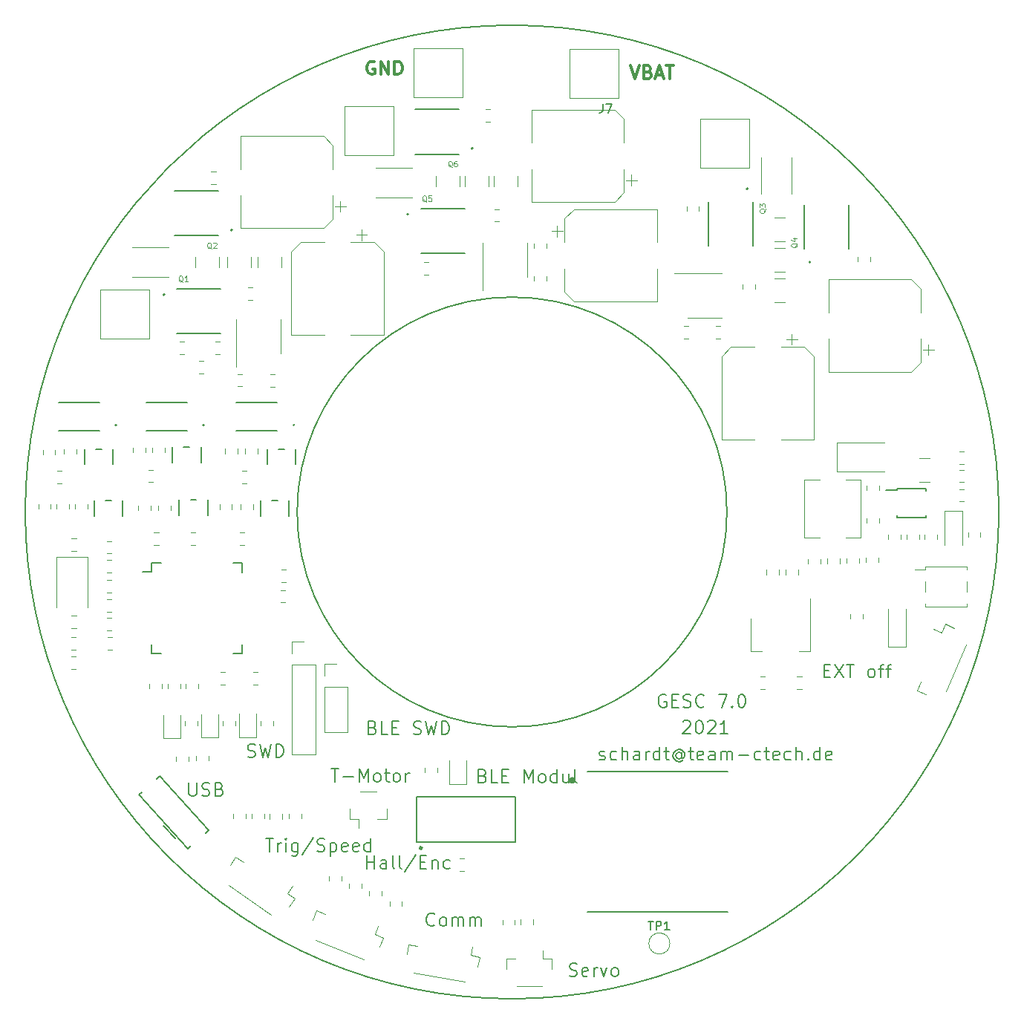
<source format=gbr>
%TF.GenerationSoftware,KiCad,Pcbnew,5.1.9+dfsg1-1*%
%TF.CreationDate,2021-07-20T12:06:00+02:00*%
%TF.ProjectId,gesc,67657363-2e6b-4696-9361-645f70636258,6*%
%TF.SameCoordinates,Original*%
%TF.FileFunction,Legend,Top*%
%TF.FilePolarity,Positive*%
%FSLAX46Y46*%
G04 Gerber Fmt 4.6, Leading zero omitted, Abs format (unit mm)*
G04 Created by KiCad (PCBNEW 5.1.9+dfsg1-1) date 2021-07-20 12:06:00*
%MOMM*%
%LPD*%
G01*
G04 APERTURE LIST*
%ADD10C,0.150000*%
%TA.AperFunction,Profile*%
%ADD11C,0.200000*%
%TD*%
%ADD12C,0.300000*%
%ADD13C,0.120000*%
%ADD14C,0.200000*%
%ADD15C,0.010000*%
%ADD16C,0.127000*%
%ADD17C,0.152400*%
%ADD18C,0.015000*%
G04 APERTURE END LIST*
D10*
X119483214Y-123921428D02*
X119554642Y-123850000D01*
X119697500Y-123778571D01*
X120054642Y-123778571D01*
X120197500Y-123850000D01*
X120268928Y-123921428D01*
X120340357Y-124064285D01*
X120340357Y-124207142D01*
X120268928Y-124421428D01*
X119411785Y-125278571D01*
X120340357Y-125278571D01*
X121268928Y-123778571D02*
X121411785Y-123778571D01*
X121554642Y-123850000D01*
X121626071Y-123921428D01*
X121697500Y-124064285D01*
X121768928Y-124350000D01*
X121768928Y-124707142D01*
X121697500Y-124992857D01*
X121626071Y-125135714D01*
X121554642Y-125207142D01*
X121411785Y-125278571D01*
X121268928Y-125278571D01*
X121126071Y-125207142D01*
X121054642Y-125135714D01*
X120983214Y-124992857D01*
X120911785Y-124707142D01*
X120911785Y-124350000D01*
X120983214Y-124064285D01*
X121054642Y-123921428D01*
X121126071Y-123850000D01*
X121268928Y-123778571D01*
X122340357Y-123921428D02*
X122411785Y-123850000D01*
X122554642Y-123778571D01*
X122911785Y-123778571D01*
X123054642Y-123850000D01*
X123126071Y-123921428D01*
X123197500Y-124064285D01*
X123197500Y-124207142D01*
X123126071Y-124421428D01*
X122268928Y-125278571D01*
X123197500Y-125278571D01*
X124626071Y-125278571D02*
X123768928Y-125278571D01*
X124197500Y-125278571D02*
X124197500Y-123778571D01*
X124054642Y-123992857D01*
X123911785Y-124135714D01*
X123768928Y-124207142D01*
D11*
X155499800Y-99999800D02*
G75*
G03*
X155499800Y-99999800I-55500000J0D01*
G01*
D10*
X135585714Y-118092857D02*
X136085714Y-118092857D01*
X136300000Y-118878571D02*
X135585714Y-118878571D01*
X135585714Y-117378571D01*
X136300000Y-117378571D01*
X136800000Y-117378571D02*
X137800000Y-118878571D01*
X137800000Y-117378571D02*
X136800000Y-118878571D01*
X138157142Y-117378571D02*
X139014285Y-117378571D01*
X138585714Y-118878571D02*
X138585714Y-117378571D01*
X140871428Y-118878571D02*
X140728571Y-118807142D01*
X140657142Y-118735714D01*
X140585714Y-118592857D01*
X140585714Y-118164285D01*
X140657142Y-118021428D01*
X140728571Y-117950000D01*
X140871428Y-117878571D01*
X141085714Y-117878571D01*
X141228571Y-117950000D01*
X141300000Y-118021428D01*
X141371428Y-118164285D01*
X141371428Y-118592857D01*
X141300000Y-118735714D01*
X141228571Y-118807142D01*
X141085714Y-118878571D01*
X140871428Y-118878571D01*
X141800000Y-117878571D02*
X142371428Y-117878571D01*
X142014285Y-118878571D02*
X142014285Y-117592857D01*
X142085714Y-117450000D01*
X142228571Y-117378571D01*
X142371428Y-117378571D01*
X142657142Y-117878571D02*
X143228571Y-117878571D01*
X142871428Y-118878571D02*
X142871428Y-117592857D01*
X142942857Y-117450000D01*
X143085714Y-117378571D01*
X143228571Y-117378571D01*
D12*
X84327142Y-48690000D02*
X84184285Y-48618571D01*
X83970000Y-48618571D01*
X83755714Y-48690000D01*
X83612857Y-48832857D01*
X83541428Y-48975714D01*
X83470000Y-49261428D01*
X83470000Y-49475714D01*
X83541428Y-49761428D01*
X83612857Y-49904285D01*
X83755714Y-50047142D01*
X83970000Y-50118571D01*
X84112857Y-50118571D01*
X84327142Y-50047142D01*
X84398571Y-49975714D01*
X84398571Y-49475714D01*
X84112857Y-49475714D01*
X85041428Y-50118571D02*
X85041428Y-48618571D01*
X85898571Y-50118571D01*
X85898571Y-48618571D01*
X86612857Y-50118571D02*
X86612857Y-48618571D01*
X86970000Y-48618571D01*
X87184285Y-48690000D01*
X87327142Y-48832857D01*
X87398571Y-48975714D01*
X87470000Y-49261428D01*
X87470000Y-49475714D01*
X87398571Y-49761428D01*
X87327142Y-49904285D01*
X87184285Y-50047142D01*
X86970000Y-50118571D01*
X86612857Y-50118571D01*
X113505714Y-49098571D02*
X114005714Y-50598571D01*
X114505714Y-49098571D01*
X115505714Y-49812857D02*
X115720000Y-49884285D01*
X115791428Y-49955714D01*
X115862857Y-50098571D01*
X115862857Y-50312857D01*
X115791428Y-50455714D01*
X115720000Y-50527142D01*
X115577142Y-50598571D01*
X115005714Y-50598571D01*
X115005714Y-49098571D01*
X115505714Y-49098571D01*
X115648571Y-49170000D01*
X115720000Y-49241428D01*
X115791428Y-49384285D01*
X115791428Y-49527142D01*
X115720000Y-49670000D01*
X115648571Y-49741428D01*
X115505714Y-49812857D01*
X115005714Y-49812857D01*
X116434285Y-50170000D02*
X117148571Y-50170000D01*
X116291428Y-50598571D02*
X116791428Y-49098571D01*
X117291428Y-50598571D01*
X117577142Y-49098571D02*
X118434285Y-49098571D01*
X118005714Y-50598571D02*
X118005714Y-49098571D01*
D10*
X84128571Y-124592857D02*
X84342857Y-124664285D01*
X84414285Y-124735714D01*
X84485714Y-124878571D01*
X84485714Y-125092857D01*
X84414285Y-125235714D01*
X84342857Y-125307142D01*
X84200000Y-125378571D01*
X83628571Y-125378571D01*
X83628571Y-123878571D01*
X84128571Y-123878571D01*
X84271428Y-123950000D01*
X84342857Y-124021428D01*
X84414285Y-124164285D01*
X84414285Y-124307142D01*
X84342857Y-124450000D01*
X84271428Y-124521428D01*
X84128571Y-124592857D01*
X83628571Y-124592857D01*
X85842857Y-125378571D02*
X85128571Y-125378571D01*
X85128571Y-123878571D01*
X86342857Y-124592857D02*
X86842857Y-124592857D01*
X87057142Y-125378571D02*
X86342857Y-125378571D01*
X86342857Y-123878571D01*
X87057142Y-123878571D01*
X88771428Y-125307142D02*
X88985714Y-125378571D01*
X89342857Y-125378571D01*
X89485714Y-125307142D01*
X89557142Y-125235714D01*
X89628571Y-125092857D01*
X89628571Y-124950000D01*
X89557142Y-124807142D01*
X89485714Y-124735714D01*
X89342857Y-124664285D01*
X89057142Y-124592857D01*
X88914285Y-124521428D01*
X88842857Y-124450000D01*
X88771428Y-124307142D01*
X88771428Y-124164285D01*
X88842857Y-124021428D01*
X88914285Y-123950000D01*
X89057142Y-123878571D01*
X89414285Y-123878571D01*
X89628571Y-123950000D01*
X90128571Y-123878571D02*
X90485714Y-125378571D01*
X90771428Y-124307142D01*
X91057142Y-125378571D01*
X91414285Y-123878571D01*
X91985714Y-125378571D02*
X91985714Y-123878571D01*
X92342857Y-123878571D01*
X92557142Y-123950000D01*
X92700000Y-124092857D01*
X92771428Y-124235714D01*
X92842857Y-124521428D01*
X92842857Y-124735714D01*
X92771428Y-125021428D01*
X92700000Y-125164285D01*
X92557142Y-125307142D01*
X92342857Y-125378571D01*
X91985714Y-125378571D01*
X96664285Y-130092857D02*
X96878571Y-130164285D01*
X96950000Y-130235714D01*
X97021428Y-130378571D01*
X97021428Y-130592857D01*
X96950000Y-130735714D01*
X96878571Y-130807142D01*
X96735714Y-130878571D01*
X96164285Y-130878571D01*
X96164285Y-129378571D01*
X96664285Y-129378571D01*
X96807142Y-129450000D01*
X96878571Y-129521428D01*
X96950000Y-129664285D01*
X96950000Y-129807142D01*
X96878571Y-129950000D01*
X96807142Y-130021428D01*
X96664285Y-130092857D01*
X96164285Y-130092857D01*
X98378571Y-130878571D02*
X97664285Y-130878571D01*
X97664285Y-129378571D01*
X98878571Y-130092857D02*
X99378571Y-130092857D01*
X99592857Y-130878571D02*
X98878571Y-130878571D01*
X98878571Y-129378571D01*
X99592857Y-129378571D01*
X101378571Y-130878571D02*
X101378571Y-129378571D01*
X101878571Y-130450000D01*
X102378571Y-129378571D01*
X102378571Y-130878571D01*
X103307142Y-130878571D02*
X103164285Y-130807142D01*
X103092857Y-130735714D01*
X103021428Y-130592857D01*
X103021428Y-130164285D01*
X103092857Y-130021428D01*
X103164285Y-129950000D01*
X103307142Y-129878571D01*
X103521428Y-129878571D01*
X103664285Y-129950000D01*
X103735714Y-130021428D01*
X103807142Y-130164285D01*
X103807142Y-130592857D01*
X103735714Y-130735714D01*
X103664285Y-130807142D01*
X103521428Y-130878571D01*
X103307142Y-130878571D01*
X105092857Y-130878571D02*
X105092857Y-129378571D01*
X105092857Y-130807142D02*
X104950000Y-130878571D01*
X104664285Y-130878571D01*
X104521428Y-130807142D01*
X104450000Y-130735714D01*
X104378571Y-130592857D01*
X104378571Y-130164285D01*
X104450000Y-130021428D01*
X104521428Y-129950000D01*
X104664285Y-129878571D01*
X104950000Y-129878571D01*
X105092857Y-129950000D01*
X106450000Y-129878571D02*
X106450000Y-130878571D01*
X105807142Y-129878571D02*
X105807142Y-130664285D01*
X105878571Y-130807142D01*
X106021428Y-130878571D01*
X106235714Y-130878571D01*
X106378571Y-130807142D01*
X106450000Y-130735714D01*
X107378571Y-130878571D02*
X107235714Y-130807142D01*
X107164285Y-130664285D01*
X107164285Y-129378571D01*
X79385514Y-129278571D02*
X80242657Y-129278571D01*
X79814085Y-130778571D02*
X79814085Y-129278571D01*
X80742657Y-130207142D02*
X81885514Y-130207142D01*
X82599800Y-130778571D02*
X82599800Y-129278571D01*
X83099800Y-130350000D01*
X83599800Y-129278571D01*
X83599800Y-130778571D01*
X84528371Y-130778571D02*
X84385514Y-130707142D01*
X84314085Y-130635714D01*
X84242657Y-130492857D01*
X84242657Y-130064285D01*
X84314085Y-129921428D01*
X84385514Y-129850000D01*
X84528371Y-129778571D01*
X84742657Y-129778571D01*
X84885514Y-129850000D01*
X84956942Y-129921428D01*
X85028371Y-130064285D01*
X85028371Y-130492857D01*
X84956942Y-130635714D01*
X84885514Y-130707142D01*
X84742657Y-130778571D01*
X84528371Y-130778571D01*
X85456942Y-129778571D02*
X86028371Y-129778571D01*
X85671228Y-129278571D02*
X85671228Y-130564285D01*
X85742657Y-130707142D01*
X85885514Y-130778571D01*
X86028371Y-130778571D01*
X86742657Y-130778571D02*
X86599800Y-130707142D01*
X86528371Y-130635714D01*
X86456942Y-130492857D01*
X86456942Y-130064285D01*
X86528371Y-129921428D01*
X86599800Y-129850000D01*
X86742657Y-129778571D01*
X86956942Y-129778571D01*
X87099800Y-129850000D01*
X87171228Y-129921428D01*
X87242657Y-130064285D01*
X87242657Y-130492857D01*
X87171228Y-130635714D01*
X87099800Y-130707142D01*
X86956942Y-130778571D01*
X86742657Y-130778571D01*
X87885514Y-130778571D02*
X87885514Y-129778571D01*
X87885514Y-130064285D02*
X87956942Y-129921428D01*
X88028371Y-129850000D01*
X88171228Y-129778571D01*
X88314085Y-129778571D01*
X109983214Y-128207142D02*
X110126071Y-128278571D01*
X110411785Y-128278571D01*
X110554642Y-128207142D01*
X110626071Y-128064285D01*
X110626071Y-127992857D01*
X110554642Y-127850000D01*
X110411785Y-127778571D01*
X110197500Y-127778571D01*
X110054642Y-127707142D01*
X109983214Y-127564285D01*
X109983214Y-127492857D01*
X110054642Y-127350000D01*
X110197500Y-127278571D01*
X110411785Y-127278571D01*
X110554642Y-127350000D01*
X111911785Y-128207142D02*
X111768928Y-128278571D01*
X111483214Y-128278571D01*
X111340357Y-128207142D01*
X111268928Y-128135714D01*
X111197500Y-127992857D01*
X111197500Y-127564285D01*
X111268928Y-127421428D01*
X111340357Y-127350000D01*
X111483214Y-127278571D01*
X111768928Y-127278571D01*
X111911785Y-127350000D01*
X112554642Y-128278571D02*
X112554642Y-126778571D01*
X113197500Y-128278571D02*
X113197500Y-127492857D01*
X113126071Y-127350000D01*
X112983214Y-127278571D01*
X112768928Y-127278571D01*
X112626071Y-127350000D01*
X112554642Y-127421428D01*
X114554642Y-128278571D02*
X114554642Y-127492857D01*
X114483214Y-127350000D01*
X114340357Y-127278571D01*
X114054642Y-127278571D01*
X113911785Y-127350000D01*
X114554642Y-128207142D02*
X114411785Y-128278571D01*
X114054642Y-128278571D01*
X113911785Y-128207142D01*
X113840357Y-128064285D01*
X113840357Y-127921428D01*
X113911785Y-127778571D01*
X114054642Y-127707142D01*
X114411785Y-127707142D01*
X114554642Y-127635714D01*
X115268928Y-128278571D02*
X115268928Y-127278571D01*
X115268928Y-127564285D02*
X115340357Y-127421428D01*
X115411785Y-127350000D01*
X115554642Y-127278571D01*
X115697500Y-127278571D01*
X116840357Y-128278571D02*
X116840357Y-126778571D01*
X116840357Y-128207142D02*
X116697500Y-128278571D01*
X116411785Y-128278571D01*
X116268928Y-128207142D01*
X116197500Y-128135714D01*
X116126071Y-127992857D01*
X116126071Y-127564285D01*
X116197500Y-127421428D01*
X116268928Y-127350000D01*
X116411785Y-127278571D01*
X116697500Y-127278571D01*
X116840357Y-127350000D01*
X117340357Y-127278571D02*
X117911785Y-127278571D01*
X117554642Y-126778571D02*
X117554642Y-128064285D01*
X117626071Y-128207142D01*
X117768928Y-128278571D01*
X117911785Y-128278571D01*
X119340357Y-127564285D02*
X119268928Y-127492857D01*
X119126071Y-127421428D01*
X118983214Y-127421428D01*
X118840357Y-127492857D01*
X118768928Y-127564285D01*
X118697500Y-127707142D01*
X118697500Y-127850000D01*
X118768928Y-127992857D01*
X118840357Y-128064285D01*
X118983214Y-128135714D01*
X119126071Y-128135714D01*
X119268928Y-128064285D01*
X119340357Y-127992857D01*
X119340357Y-127421428D02*
X119340357Y-127992857D01*
X119411785Y-128064285D01*
X119483214Y-128064285D01*
X119626071Y-127992857D01*
X119697500Y-127850000D01*
X119697500Y-127492857D01*
X119554642Y-127278571D01*
X119340357Y-127135714D01*
X119054642Y-127064285D01*
X118768928Y-127135714D01*
X118554642Y-127278571D01*
X118411785Y-127492857D01*
X118340357Y-127778571D01*
X118411785Y-128064285D01*
X118554642Y-128278571D01*
X118768928Y-128421428D01*
X119054642Y-128492857D01*
X119340357Y-128421428D01*
X119554642Y-128278571D01*
X120126071Y-127278571D02*
X120697500Y-127278571D01*
X120340357Y-126778571D02*
X120340357Y-128064285D01*
X120411785Y-128207142D01*
X120554642Y-128278571D01*
X120697500Y-128278571D01*
X121768928Y-128207142D02*
X121626071Y-128278571D01*
X121340357Y-128278571D01*
X121197500Y-128207142D01*
X121126071Y-128064285D01*
X121126071Y-127492857D01*
X121197500Y-127350000D01*
X121340357Y-127278571D01*
X121626071Y-127278571D01*
X121768928Y-127350000D01*
X121840357Y-127492857D01*
X121840357Y-127635714D01*
X121126071Y-127778571D01*
X123126071Y-128278571D02*
X123126071Y-127492857D01*
X123054642Y-127350000D01*
X122911785Y-127278571D01*
X122626071Y-127278571D01*
X122483214Y-127350000D01*
X123126071Y-128207142D02*
X122983214Y-128278571D01*
X122626071Y-128278571D01*
X122483214Y-128207142D01*
X122411785Y-128064285D01*
X122411785Y-127921428D01*
X122483214Y-127778571D01*
X122626071Y-127707142D01*
X122983214Y-127707142D01*
X123126071Y-127635714D01*
X123840357Y-128278571D02*
X123840357Y-127278571D01*
X123840357Y-127421428D02*
X123911785Y-127350000D01*
X124054642Y-127278571D01*
X124268928Y-127278571D01*
X124411785Y-127350000D01*
X124483214Y-127492857D01*
X124483214Y-128278571D01*
X124483214Y-127492857D02*
X124554642Y-127350000D01*
X124697500Y-127278571D01*
X124911785Y-127278571D01*
X125054642Y-127350000D01*
X125126071Y-127492857D01*
X125126071Y-128278571D01*
X125840357Y-127707142D02*
X126983214Y-127707142D01*
X128340357Y-128207142D02*
X128197500Y-128278571D01*
X127911785Y-128278571D01*
X127768928Y-128207142D01*
X127697500Y-128135714D01*
X127626071Y-127992857D01*
X127626071Y-127564285D01*
X127697500Y-127421428D01*
X127768928Y-127350000D01*
X127911785Y-127278571D01*
X128197500Y-127278571D01*
X128340357Y-127350000D01*
X128768928Y-127278571D02*
X129340357Y-127278571D01*
X128983214Y-126778571D02*
X128983214Y-128064285D01*
X129054642Y-128207142D01*
X129197500Y-128278571D01*
X129340357Y-128278571D01*
X130411785Y-128207142D02*
X130268928Y-128278571D01*
X129983214Y-128278571D01*
X129840357Y-128207142D01*
X129768928Y-128064285D01*
X129768928Y-127492857D01*
X129840357Y-127350000D01*
X129983214Y-127278571D01*
X130268928Y-127278571D01*
X130411785Y-127350000D01*
X130483214Y-127492857D01*
X130483214Y-127635714D01*
X129768928Y-127778571D01*
X131768928Y-128207142D02*
X131626071Y-128278571D01*
X131340357Y-128278571D01*
X131197500Y-128207142D01*
X131126071Y-128135714D01*
X131054642Y-127992857D01*
X131054642Y-127564285D01*
X131126071Y-127421428D01*
X131197500Y-127350000D01*
X131340357Y-127278571D01*
X131626071Y-127278571D01*
X131768928Y-127350000D01*
X132411785Y-128278571D02*
X132411785Y-126778571D01*
X133054642Y-128278571D02*
X133054642Y-127492857D01*
X132983214Y-127350000D01*
X132840357Y-127278571D01*
X132626071Y-127278571D01*
X132483214Y-127350000D01*
X132411785Y-127421428D01*
X133768928Y-128135714D02*
X133840357Y-128207142D01*
X133768928Y-128278571D01*
X133697500Y-128207142D01*
X133768928Y-128135714D01*
X133768928Y-128278571D01*
X135126071Y-128278571D02*
X135126071Y-126778571D01*
X135126071Y-128207142D02*
X134983214Y-128278571D01*
X134697500Y-128278571D01*
X134554642Y-128207142D01*
X134483214Y-128135714D01*
X134411785Y-127992857D01*
X134411785Y-127564285D01*
X134483214Y-127421428D01*
X134554642Y-127350000D01*
X134697500Y-127278571D01*
X134983214Y-127278571D01*
X135126071Y-127350000D01*
X136411785Y-128207142D02*
X136268928Y-128278571D01*
X135983214Y-128278571D01*
X135840357Y-128207142D01*
X135768928Y-128064285D01*
X135768928Y-127492857D01*
X135840357Y-127350000D01*
X135983214Y-127278571D01*
X136268928Y-127278571D01*
X136411785Y-127350000D01*
X136483214Y-127492857D01*
X136483214Y-127635714D01*
X135768928Y-127778571D01*
D11*
X124500000Y-100000000D02*
G75*
G03*
X124500000Y-100000000I-24500000J0D01*
G01*
D10*
X63156942Y-130878371D02*
X63156942Y-132092657D01*
X63228371Y-132235514D01*
X63299800Y-132306942D01*
X63442657Y-132378371D01*
X63728371Y-132378371D01*
X63871228Y-132306942D01*
X63942657Y-132235514D01*
X64014085Y-132092657D01*
X64014085Y-130878371D01*
X64656942Y-132306942D02*
X64871228Y-132378371D01*
X65228371Y-132378371D01*
X65371228Y-132306942D01*
X65442657Y-132235514D01*
X65514085Y-132092657D01*
X65514085Y-131949800D01*
X65442657Y-131806942D01*
X65371228Y-131735514D01*
X65228371Y-131664085D01*
X64942657Y-131592657D01*
X64799800Y-131521228D01*
X64728371Y-131449800D01*
X64656942Y-131306942D01*
X64656942Y-131164085D01*
X64728371Y-131021228D01*
X64799800Y-130949800D01*
X64942657Y-130878371D01*
X65299800Y-130878371D01*
X65514085Y-130949800D01*
X66656942Y-131592657D02*
X66871228Y-131664085D01*
X66942657Y-131735514D01*
X67014085Y-131878371D01*
X67014085Y-132092657D01*
X66942657Y-132235514D01*
X66871228Y-132306942D01*
X66728371Y-132378371D01*
X66156942Y-132378371D01*
X66156942Y-130878371D01*
X66656942Y-130878371D01*
X66799800Y-130949800D01*
X66871228Y-131021228D01*
X66942657Y-131164085D01*
X66942657Y-131306942D01*
X66871228Y-131449800D01*
X66799800Y-131521228D01*
X66656942Y-131592657D01*
X66156942Y-131592657D01*
X69864285Y-127907142D02*
X70078571Y-127978571D01*
X70435714Y-127978571D01*
X70578571Y-127907142D01*
X70650000Y-127835714D01*
X70721428Y-127692857D01*
X70721428Y-127550000D01*
X70650000Y-127407142D01*
X70578571Y-127335714D01*
X70435714Y-127264285D01*
X70150000Y-127192857D01*
X70007142Y-127121428D01*
X69935714Y-127050000D01*
X69864285Y-126907142D01*
X69864285Y-126764285D01*
X69935714Y-126621428D01*
X70007142Y-126550000D01*
X70150000Y-126478571D01*
X70507142Y-126478571D01*
X70721428Y-126550000D01*
X71221428Y-126478571D02*
X71578571Y-127978571D01*
X71864285Y-126907142D01*
X72150000Y-127978571D01*
X72507142Y-126478571D01*
X73078571Y-127978571D02*
X73078571Y-126478571D01*
X73435714Y-126478571D01*
X73650000Y-126550000D01*
X73792857Y-126692857D01*
X73864285Y-126835714D01*
X73935714Y-127121428D01*
X73935714Y-127335714D01*
X73864285Y-127621428D01*
X73792857Y-127764285D01*
X73650000Y-127907142D01*
X73435714Y-127978571D01*
X73078571Y-127978571D01*
X106544085Y-152886942D02*
X106758371Y-152958371D01*
X107115514Y-152958371D01*
X107258371Y-152886942D01*
X107329800Y-152815514D01*
X107401228Y-152672657D01*
X107401228Y-152529800D01*
X107329800Y-152386942D01*
X107258371Y-152315514D01*
X107115514Y-152244085D01*
X106829800Y-152172657D01*
X106686942Y-152101228D01*
X106615514Y-152029800D01*
X106544085Y-151886942D01*
X106544085Y-151744085D01*
X106615514Y-151601228D01*
X106686942Y-151529800D01*
X106829800Y-151458371D01*
X107186942Y-151458371D01*
X107401228Y-151529800D01*
X108615514Y-152886942D02*
X108472657Y-152958371D01*
X108186942Y-152958371D01*
X108044085Y-152886942D01*
X107972657Y-152744085D01*
X107972657Y-152172657D01*
X108044085Y-152029800D01*
X108186942Y-151958371D01*
X108472657Y-151958371D01*
X108615514Y-152029800D01*
X108686942Y-152172657D01*
X108686942Y-152315514D01*
X107972657Y-152458371D01*
X109329800Y-152958371D02*
X109329800Y-151958371D01*
X109329800Y-152244085D02*
X109401228Y-152101228D01*
X109472657Y-152029800D01*
X109615514Y-151958371D01*
X109758371Y-151958371D01*
X110115514Y-151958371D02*
X110472657Y-152958371D01*
X110829800Y-151958371D01*
X111615514Y-152958371D02*
X111472657Y-152886942D01*
X111401228Y-152815514D01*
X111329800Y-152672657D01*
X111329800Y-152244085D01*
X111401228Y-152101228D01*
X111472657Y-152029800D01*
X111615514Y-151958371D01*
X111829800Y-151958371D01*
X111972657Y-152029800D01*
X112044085Y-152101228D01*
X112115514Y-152244085D01*
X112115514Y-152672657D01*
X112044085Y-152815514D01*
X111972657Y-152886942D01*
X111829800Y-152958371D01*
X111615514Y-152958371D01*
X91185514Y-147085514D02*
X91114085Y-147156942D01*
X90899800Y-147228371D01*
X90756942Y-147228371D01*
X90542657Y-147156942D01*
X90399800Y-147014085D01*
X90328371Y-146871228D01*
X90256942Y-146585514D01*
X90256942Y-146371228D01*
X90328371Y-146085514D01*
X90399800Y-145942657D01*
X90542657Y-145799800D01*
X90756942Y-145728371D01*
X90899800Y-145728371D01*
X91114085Y-145799800D01*
X91185514Y-145871228D01*
X92042657Y-147228371D02*
X91899800Y-147156942D01*
X91828371Y-147085514D01*
X91756942Y-146942657D01*
X91756942Y-146514085D01*
X91828371Y-146371228D01*
X91899800Y-146299800D01*
X92042657Y-146228371D01*
X92256942Y-146228371D01*
X92399800Y-146299800D01*
X92471228Y-146371228D01*
X92542657Y-146514085D01*
X92542657Y-146942657D01*
X92471228Y-147085514D01*
X92399800Y-147156942D01*
X92256942Y-147228371D01*
X92042657Y-147228371D01*
X93185514Y-147228371D02*
X93185514Y-146228371D01*
X93185514Y-146371228D02*
X93256942Y-146299800D01*
X93399800Y-146228371D01*
X93614085Y-146228371D01*
X93756942Y-146299800D01*
X93828371Y-146442657D01*
X93828371Y-147228371D01*
X93828371Y-146442657D02*
X93899800Y-146299800D01*
X94042657Y-146228371D01*
X94256942Y-146228371D01*
X94399800Y-146299800D01*
X94471228Y-146442657D01*
X94471228Y-147228371D01*
X95185514Y-147228371D02*
X95185514Y-146228371D01*
X95185514Y-146371228D02*
X95256942Y-146299800D01*
X95399800Y-146228371D01*
X95614085Y-146228371D01*
X95756942Y-146299800D01*
X95828371Y-146442657D01*
X95828371Y-147228371D01*
X95828371Y-146442657D02*
X95899800Y-146299800D01*
X96042657Y-146228371D01*
X96256942Y-146228371D01*
X96399800Y-146299800D01*
X96471228Y-146442657D01*
X96471228Y-147228371D01*
X83471228Y-140678371D02*
X83471228Y-139178371D01*
X83471228Y-139892657D02*
X84328371Y-139892657D01*
X84328371Y-140678371D02*
X84328371Y-139178371D01*
X85685514Y-140678371D02*
X85685514Y-139892657D01*
X85614085Y-139749800D01*
X85471228Y-139678371D01*
X85185514Y-139678371D01*
X85042657Y-139749800D01*
X85685514Y-140606942D02*
X85542657Y-140678371D01*
X85185514Y-140678371D01*
X85042657Y-140606942D01*
X84971228Y-140464085D01*
X84971228Y-140321228D01*
X85042657Y-140178371D01*
X85185514Y-140106942D01*
X85542657Y-140106942D01*
X85685514Y-140035514D01*
X86614085Y-140678371D02*
X86471228Y-140606942D01*
X86399800Y-140464085D01*
X86399800Y-139178371D01*
X87399800Y-140678371D02*
X87256942Y-140606942D01*
X87185514Y-140464085D01*
X87185514Y-139178371D01*
X89042657Y-139106942D02*
X87756942Y-141035514D01*
X89542657Y-139892657D02*
X90042657Y-139892657D01*
X90256942Y-140678371D02*
X89542657Y-140678371D01*
X89542657Y-139178371D01*
X90256942Y-139178371D01*
X90899800Y-139678371D02*
X90899800Y-140678371D01*
X90899800Y-139821228D02*
X90971228Y-139749800D01*
X91114085Y-139678371D01*
X91328371Y-139678371D01*
X91471228Y-139749800D01*
X91542657Y-139892657D01*
X91542657Y-140678371D01*
X92899800Y-140606942D02*
X92756942Y-140678371D01*
X92471228Y-140678371D01*
X92328371Y-140606942D01*
X92256942Y-140535514D01*
X92185514Y-140392657D01*
X92185514Y-139964085D01*
X92256942Y-139821228D01*
X92328371Y-139749800D01*
X92471228Y-139678371D01*
X92756942Y-139678371D01*
X92899800Y-139749800D01*
X71928371Y-137228371D02*
X72785514Y-137228371D01*
X72356942Y-138728371D02*
X72356942Y-137228371D01*
X73285514Y-138728371D02*
X73285514Y-137728371D01*
X73285514Y-138014085D02*
X73356942Y-137871228D01*
X73428371Y-137799800D01*
X73571228Y-137728371D01*
X73714085Y-137728371D01*
X74214085Y-138728371D02*
X74214085Y-137728371D01*
X74214085Y-137228371D02*
X74142657Y-137299800D01*
X74214085Y-137371228D01*
X74285514Y-137299800D01*
X74214085Y-137228371D01*
X74214085Y-137371228D01*
X75571228Y-137728371D02*
X75571228Y-138942657D01*
X75499800Y-139085514D01*
X75428371Y-139156942D01*
X75285514Y-139228371D01*
X75071228Y-139228371D01*
X74928371Y-139156942D01*
X75571228Y-138656942D02*
X75428371Y-138728371D01*
X75142657Y-138728371D01*
X74999800Y-138656942D01*
X74928371Y-138585514D01*
X74856942Y-138442657D01*
X74856942Y-138014085D01*
X74928371Y-137871228D01*
X74999800Y-137799800D01*
X75142657Y-137728371D01*
X75428371Y-137728371D01*
X75571228Y-137799800D01*
X77356942Y-137156942D02*
X76071228Y-139085514D01*
X77785514Y-138656942D02*
X77999800Y-138728371D01*
X78356942Y-138728371D01*
X78499800Y-138656942D01*
X78571228Y-138585514D01*
X78642657Y-138442657D01*
X78642657Y-138299800D01*
X78571228Y-138156942D01*
X78499800Y-138085514D01*
X78356942Y-138014085D01*
X78071228Y-137942657D01*
X77928371Y-137871228D01*
X77856942Y-137799800D01*
X77785514Y-137656942D01*
X77785514Y-137514085D01*
X77856942Y-137371228D01*
X77928371Y-137299800D01*
X78071228Y-137228371D01*
X78428371Y-137228371D01*
X78642657Y-137299800D01*
X79285514Y-137728371D02*
X79285514Y-139228371D01*
X79285514Y-137799800D02*
X79428371Y-137728371D01*
X79714085Y-137728371D01*
X79856942Y-137799800D01*
X79928371Y-137871228D01*
X79999800Y-138014085D01*
X79999800Y-138442657D01*
X79928371Y-138585514D01*
X79856942Y-138656942D01*
X79714085Y-138728371D01*
X79428371Y-138728371D01*
X79285514Y-138656942D01*
X81214085Y-138656942D02*
X81071228Y-138728371D01*
X80785514Y-138728371D01*
X80642657Y-138656942D01*
X80571228Y-138514085D01*
X80571228Y-137942657D01*
X80642657Y-137799800D01*
X80785514Y-137728371D01*
X81071228Y-137728371D01*
X81214085Y-137799800D01*
X81285514Y-137942657D01*
X81285514Y-138085514D01*
X80571228Y-138228371D01*
X82499800Y-138656942D02*
X82356942Y-138728371D01*
X82071228Y-138728371D01*
X81928371Y-138656942D01*
X81856942Y-138514085D01*
X81856942Y-137942657D01*
X81928371Y-137799800D01*
X82071228Y-137728371D01*
X82356942Y-137728371D01*
X82499800Y-137799800D01*
X82571228Y-137942657D01*
X82571228Y-138085514D01*
X81856942Y-138228371D01*
X83856942Y-138728371D02*
X83856942Y-137228371D01*
X83856942Y-138656942D02*
X83714085Y-138728371D01*
X83428371Y-138728371D01*
X83285514Y-138656942D01*
X83214085Y-138585514D01*
X83142657Y-138442657D01*
X83142657Y-138014085D01*
X83214085Y-137871228D01*
X83285514Y-137799800D01*
X83428371Y-137728371D01*
X83714085Y-137728371D01*
X83856942Y-137799800D01*
X117540357Y-120850000D02*
X117397500Y-120778571D01*
X117183214Y-120778571D01*
X116968928Y-120850000D01*
X116826071Y-120992857D01*
X116754642Y-121135714D01*
X116683214Y-121421428D01*
X116683214Y-121635714D01*
X116754642Y-121921428D01*
X116826071Y-122064285D01*
X116968928Y-122207142D01*
X117183214Y-122278571D01*
X117326071Y-122278571D01*
X117540357Y-122207142D01*
X117611785Y-122135714D01*
X117611785Y-121635714D01*
X117326071Y-121635714D01*
X118254642Y-121492857D02*
X118754642Y-121492857D01*
X118968928Y-122278571D02*
X118254642Y-122278571D01*
X118254642Y-120778571D01*
X118968928Y-120778571D01*
X119540357Y-122207142D02*
X119754642Y-122278571D01*
X120111785Y-122278571D01*
X120254642Y-122207142D01*
X120326071Y-122135714D01*
X120397500Y-121992857D01*
X120397500Y-121850000D01*
X120326071Y-121707142D01*
X120254642Y-121635714D01*
X120111785Y-121564285D01*
X119826071Y-121492857D01*
X119683214Y-121421428D01*
X119611785Y-121350000D01*
X119540357Y-121207142D01*
X119540357Y-121064285D01*
X119611785Y-120921428D01*
X119683214Y-120850000D01*
X119826071Y-120778571D01*
X120183214Y-120778571D01*
X120397500Y-120850000D01*
X121897500Y-122135714D02*
X121826071Y-122207142D01*
X121611785Y-122278571D01*
X121468928Y-122278571D01*
X121254642Y-122207142D01*
X121111785Y-122064285D01*
X121040357Y-121921428D01*
X120968928Y-121635714D01*
X120968928Y-121421428D01*
X121040357Y-121135714D01*
X121111785Y-120992857D01*
X121254642Y-120850000D01*
X121468928Y-120778571D01*
X121611785Y-120778571D01*
X121826071Y-120850000D01*
X121897500Y-120921428D01*
X123540357Y-120778571D02*
X124540357Y-120778571D01*
X123897500Y-122278571D01*
X125111785Y-122135714D02*
X125183214Y-122207142D01*
X125111785Y-122278571D01*
X125040357Y-122207142D01*
X125111785Y-122135714D01*
X125111785Y-122278571D01*
X126111785Y-120778571D02*
X126254642Y-120778571D01*
X126397500Y-120850000D01*
X126468928Y-120921428D01*
X126540357Y-121064285D01*
X126611785Y-121350000D01*
X126611785Y-121707142D01*
X126540357Y-121992857D01*
X126468928Y-122135714D01*
X126397500Y-122207142D01*
X126254642Y-122278571D01*
X126111785Y-122278571D01*
X125968928Y-122207142D01*
X125897500Y-122135714D01*
X125826071Y-121992857D01*
X125754642Y-121707142D01*
X125754642Y-121350000D01*
X125826071Y-121064285D01*
X125897500Y-120921428D01*
X125968928Y-120850000D01*
X126111785Y-120778571D01*
D13*
X118000000Y-149200000D02*
G75*
G03*
X118000000Y-149200000I-1200000J0D01*
G01*
D14*
X108600000Y-129600000D02*
X124600000Y-129600000D01*
X124600000Y-145600000D02*
X108600000Y-145600000D01*
X107141547Y-130600000D02*
G75*
G03*
X107141547Y-130600000I-291547J0D01*
G01*
D15*
G36*
X106588500Y-130400000D02*
G01*
X107100000Y-130400000D01*
X107100000Y-130792200D01*
X106588500Y-130792200D01*
X106588500Y-130400000D01*
G37*
X106588500Y-130400000D02*
X107100000Y-130400000D01*
X107100000Y-130792200D01*
X106588500Y-130792200D01*
X106588500Y-130400000D01*
D14*
X95550000Y-58550000D02*
G75*
G03*
X95550000Y-58550000I-100000J0D01*
G01*
D16*
X93950000Y-59200000D02*
X88950000Y-59200000D01*
X93950000Y-54100000D02*
X88950000Y-54100000D01*
D14*
X88200000Y-66050000D02*
G75*
G03*
X88200000Y-66050000I-100000J0D01*
G01*
D16*
X89600000Y-65400000D02*
X94600000Y-65400000D01*
X89600000Y-70500000D02*
X94600000Y-70500000D01*
D14*
X134050000Y-71500000D02*
G75*
G03*
X134050000Y-71500000I-100000J0D01*
G01*
D16*
X133300000Y-70000000D02*
X133300000Y-65000000D01*
X138400000Y-70000000D02*
X138400000Y-65000000D01*
D14*
X126900000Y-63150000D02*
G75*
G03*
X126900000Y-63150000I-100000J0D01*
G01*
D16*
X127450000Y-64650000D02*
X127450000Y-69650000D01*
X122350000Y-64650000D02*
X122350000Y-69650000D01*
D14*
X68100000Y-67850000D02*
G75*
G03*
X68100000Y-67850000I-100000J0D01*
G01*
D16*
X66500000Y-68500000D02*
X61500000Y-68500000D01*
X66500000Y-63400000D02*
X61500000Y-63400000D01*
D14*
X60400000Y-75200000D02*
G75*
G03*
X60400000Y-75200000I-100000J0D01*
G01*
D16*
X61800000Y-74550000D02*
X66800000Y-74550000D01*
X61800000Y-79650000D02*
X66800000Y-79650000D01*
D13*
X134010200Y-109900200D02*
X134010200Y-115910200D01*
X127190200Y-112150200D02*
X127190200Y-115910200D01*
X134010200Y-115910200D02*
X132750200Y-115910200D01*
X127190200Y-115910200D02*
X128450200Y-115910200D01*
X132504122Y-120160200D02*
X133021278Y-120160200D01*
X132504122Y-118740200D02*
X133021278Y-118740200D01*
X132610000Y-107121078D02*
X132610000Y-106603922D01*
X131190000Y-107121078D02*
X131190000Y-106603922D01*
X82660000Y-131890000D02*
X84540000Y-131890000D01*
X85710000Y-135010000D02*
X84660000Y-135010000D01*
X85710000Y-133860000D02*
X85710000Y-135010000D01*
X82540000Y-135010000D02*
X82540000Y-136000000D01*
X81490000Y-135010000D02*
X82540000Y-135010000D01*
X81490000Y-133860000D02*
X81490000Y-135010000D01*
X151798964Y-115079085D02*
X149501465Y-120491654D01*
X146172335Y-120349563D02*
X146582602Y-119383033D01*
X147230915Y-120798904D02*
X146172335Y-120349563D01*
X148973877Y-113749544D02*
X148062577Y-113362720D01*
X149384145Y-112783013D02*
X148973877Y-113749544D01*
X150442725Y-113232354D02*
X149384145Y-112783013D01*
X138590000Y-112158578D02*
X138590000Y-111641422D01*
X140010000Y-112158578D02*
X140010000Y-111641422D01*
X142900000Y-111050000D02*
X142900000Y-115350000D01*
X142900000Y-115350000D02*
X144900000Y-115350000D01*
X144900000Y-115350000D02*
X144900000Y-111050000D01*
X66658578Y-80590000D02*
X66141422Y-80590000D01*
X66658578Y-82010000D02*
X66141422Y-82010000D01*
X105135000Y-67345000D02*
X105135000Y-68595000D01*
X104510000Y-67970000D02*
X105760000Y-67970000D01*
X106000000Y-74925563D02*
X107064437Y-75990000D01*
X106000000Y-66534437D02*
X107064437Y-65470000D01*
X106000000Y-66534437D02*
X106000000Y-69220000D01*
X106000000Y-74925563D02*
X106000000Y-72240000D01*
X107064437Y-75990000D02*
X116520000Y-75990000D01*
X107064437Y-65470000D02*
X116520000Y-65470000D01*
X116520000Y-65470000D02*
X116520000Y-69220000D01*
X116520000Y-75990000D02*
X116520000Y-72240000D01*
X113625000Y-62785000D02*
X113625000Y-61535000D01*
X114250000Y-62160000D02*
X113000000Y-62160000D01*
X112760000Y-55204437D02*
X111695563Y-54140000D01*
X112760000Y-63595563D02*
X111695563Y-64660000D01*
X112760000Y-63595563D02*
X112760000Y-60910000D01*
X112760000Y-55204437D02*
X112760000Y-57890000D01*
X111695563Y-54140000D02*
X102240000Y-54140000D01*
X111695563Y-64660000D02*
X102240000Y-64660000D01*
X102240000Y-64660000D02*
X102240000Y-60910000D01*
X102240000Y-54140000D02*
X102240000Y-57890000D01*
X136090000Y-73490000D02*
X136090000Y-77240000D01*
X136090000Y-84010000D02*
X136090000Y-80260000D01*
X145545563Y-84010000D02*
X136090000Y-84010000D01*
X145545563Y-73490000D02*
X136090000Y-73490000D01*
X146610000Y-74554437D02*
X146610000Y-77240000D01*
X146610000Y-82945563D02*
X146610000Y-80260000D01*
X146610000Y-82945563D02*
X145545563Y-84010000D01*
X146610000Y-74554437D02*
X145545563Y-73490000D01*
X148100000Y-81510000D02*
X146850000Y-81510000D01*
X147475000Y-82135000D02*
X147475000Y-80885000D01*
X123890000Y-91710000D02*
X127640000Y-91710000D01*
X134410000Y-91710000D02*
X130660000Y-91710000D01*
X134410000Y-82254437D02*
X134410000Y-91710000D01*
X123890000Y-82254437D02*
X123890000Y-91710000D01*
X124954437Y-81190000D02*
X127640000Y-81190000D01*
X133345563Y-81190000D02*
X130660000Y-81190000D01*
X133345563Y-81190000D02*
X134410000Y-82254437D01*
X124954437Y-81190000D02*
X123890000Y-82254437D01*
X131910000Y-79700000D02*
X131910000Y-80950000D01*
X132535000Y-80325000D02*
X131285000Y-80325000D01*
X83485000Y-68400000D02*
X82235000Y-68400000D01*
X82860000Y-67775000D02*
X82860000Y-69025000D01*
X75904437Y-69265000D02*
X74840000Y-70329437D01*
X84295563Y-69265000D02*
X85360000Y-70329437D01*
X84295563Y-69265000D02*
X81610000Y-69265000D01*
X75904437Y-69265000D02*
X78590000Y-69265000D01*
X74840000Y-70329437D02*
X74840000Y-79785000D01*
X85360000Y-70329437D02*
X85360000Y-79785000D01*
X85360000Y-79785000D02*
X81610000Y-79785000D01*
X74840000Y-79785000D02*
X78590000Y-79785000D01*
X80425000Y-65785000D02*
X80425000Y-64535000D01*
X81050000Y-65160000D02*
X79800000Y-65160000D01*
X79560000Y-58204437D02*
X78495563Y-57140000D01*
X79560000Y-66595563D02*
X78495563Y-67660000D01*
X79560000Y-66595563D02*
X79560000Y-63910000D01*
X79560000Y-58204437D02*
X79560000Y-60890000D01*
X78495563Y-57140000D02*
X69040000Y-57140000D01*
X78495563Y-67660000D02*
X69040000Y-67660000D01*
X69040000Y-67660000D02*
X69040000Y-63910000D01*
X69040000Y-57140000D02*
X69040000Y-60890000D01*
X123231622Y-78790200D02*
X123748778Y-78790200D01*
X123231622Y-80210200D02*
X123748778Y-80210200D01*
X102500000Y-69908578D02*
X102500000Y-69391422D01*
X103920000Y-69908578D02*
X103920000Y-69391422D01*
X69233578Y-84265000D02*
X68716422Y-84265000D01*
X69233578Y-85685000D02*
X68716422Y-85685000D01*
X138049800Y-96350200D02*
X139749800Y-96350200D01*
X139749800Y-96350200D02*
X139749800Y-102950200D01*
X139749800Y-102950200D02*
X138049800Y-102950200D01*
X135049800Y-102950200D02*
X133349800Y-102950200D01*
X133349800Y-102950200D02*
X133349800Y-96350200D01*
X133349800Y-96350200D02*
X135049800Y-96350200D01*
X121940000Y-77890000D02*
X123890000Y-77890000D01*
X121940000Y-77890000D02*
X119990000Y-77890000D01*
X121940000Y-72770000D02*
X123890000Y-72770000D01*
X121940000Y-72770000D02*
X118490000Y-72770000D01*
X101760000Y-71270000D02*
X101760000Y-69320000D01*
X101760000Y-71270000D02*
X101760000Y-73220000D01*
X96640000Y-71270000D02*
X96640000Y-69320000D01*
X96640000Y-71270000D02*
X96640000Y-74720000D01*
X68515000Y-80000000D02*
X68515000Y-83450000D01*
X68515000Y-80000000D02*
X68515000Y-78050000D01*
X73635000Y-80000000D02*
X73635000Y-81950000D01*
X73635000Y-80000000D02*
X73635000Y-78050000D01*
X71015000Y-72102064D02*
X71015000Y-70897936D01*
X73735000Y-72102064D02*
X73735000Y-70897936D01*
X63865000Y-72102064D02*
X63865000Y-70897936D01*
X66585000Y-72102064D02*
X66585000Y-70897936D01*
X151349800Y-99900200D02*
X149349800Y-99900200D01*
X149349800Y-99900200D02*
X149349800Y-103800200D01*
X151349800Y-99900200D02*
X151349800Y-103800200D01*
D16*
X89100200Y-132499800D02*
X100400200Y-132499800D01*
X100400200Y-132499800D02*
X100400200Y-137599800D01*
X100400200Y-137599800D02*
X89100200Y-137599800D01*
X89100200Y-137599800D02*
X89100200Y-132499800D01*
D12*
X89700200Y-138299800D02*
G75*
G03*
X89700200Y-138299800I-100000J0D01*
G01*
D13*
X151850000Y-109120000D02*
X151850000Y-107880000D01*
X147150000Y-109120000D02*
X147150000Y-107880000D01*
X147150000Y-106550000D02*
X147150000Y-106200000D01*
X147150000Y-106200000D02*
X151850000Y-106200000D01*
X151850000Y-106200000D02*
X151850000Y-106550000D01*
X147150000Y-106550000D02*
X145900000Y-106550000D01*
X147150000Y-110450000D02*
X147150000Y-110800000D01*
X147150000Y-110800000D02*
X151850000Y-110800000D01*
X151850000Y-110800000D02*
X151850000Y-110450000D01*
D17*
X74557400Y-100444300D02*
X74557400Y-98691700D01*
X73265061Y-98691700D02*
X72598539Y-98691700D01*
X71306200Y-98691700D02*
X71306200Y-100444300D01*
X65303400Y-100368100D02*
X65303400Y-98615500D01*
X64011061Y-98615500D02*
X63344539Y-98615500D01*
X62052200Y-98615500D02*
X62052200Y-100368100D01*
X75331600Y-94576100D02*
X75331600Y-92823500D01*
X74039261Y-92823500D02*
X73372739Y-92823500D01*
X72080400Y-92823500D02*
X72080400Y-94576100D01*
X64525400Y-94376100D02*
X64525400Y-92623500D01*
X63233061Y-92623500D02*
X62566539Y-92623500D01*
X61274200Y-92623500D02*
X61274200Y-94376100D01*
X54525400Y-94576100D02*
X54525400Y-92823500D01*
X53233061Y-92823500D02*
X52566539Y-92823500D01*
X51274200Y-92823500D02*
X51274200Y-94576100D01*
X62923900Y-87474200D02*
X58275700Y-87474200D01*
X58275700Y-90725400D02*
X62923900Y-90725400D01*
X64904300Y-90074800D02*
G75*
G03*
X64904300Y-90074800I-76200J0D01*
G01*
X73223900Y-87474200D02*
X68575700Y-87474200D01*
X68575700Y-90725400D02*
X73223900Y-90725400D01*
X75204300Y-90074800D02*
G75*
G03*
X75204300Y-90074800I-76200J0D01*
G01*
X52923899Y-87499201D02*
X48275699Y-87499201D01*
X48275699Y-90750401D02*
X52923899Y-90750401D01*
X54904299Y-90099801D02*
G75*
G03*
X54904299Y-90099801I-76200J0D01*
G01*
X55625400Y-100444300D02*
X55625400Y-98691700D01*
X54333061Y-98691700D02*
X53666539Y-98691700D01*
X52374200Y-98691700D02*
X52374200Y-100444300D01*
D13*
X80906000Y-53706000D02*
X86494000Y-53706000D01*
X86494000Y-53706000D02*
X86494000Y-59294000D01*
X86494000Y-59294000D02*
X80906000Y-59294000D01*
X80906000Y-59294000D02*
X80906000Y-53706000D01*
X121466000Y-60794000D02*
X121466000Y-55206000D01*
X127054000Y-60794000D02*
X121466000Y-60794000D01*
X127054000Y-55206000D02*
X127054000Y-60794000D01*
X121466000Y-55206000D02*
X127054000Y-55206000D01*
X53056000Y-74656000D02*
X58644000Y-74656000D01*
X58644000Y-74656000D02*
X58644000Y-80244000D01*
X58644000Y-80244000D02*
X53056000Y-80244000D01*
X53056000Y-80244000D02*
X53056000Y-74656000D01*
X88755800Y-47105800D02*
X94343800Y-47105800D01*
X88755800Y-52693800D02*
X88755800Y-47105800D01*
X94343800Y-52693800D02*
X88755800Y-52693800D01*
X94343800Y-47105800D02*
X94343800Y-52693800D01*
X112184000Y-47176000D02*
X112184000Y-52764000D01*
X106596000Y-47176000D02*
X112184000Y-47176000D01*
X106596000Y-52764000D02*
X106596000Y-47176000D01*
X112184000Y-52764000D02*
X106596000Y-52764000D01*
X91319800Y-62871864D02*
X91319800Y-61667736D01*
X94039800Y-62871864D02*
X94039800Y-61667736D01*
X129910641Y-69124592D02*
X131114769Y-69124592D01*
X129910641Y-66404592D02*
X131114769Y-66404592D01*
X128846278Y-120160200D02*
X128329122Y-120160200D01*
X128846278Y-118740200D02*
X128329122Y-118740200D01*
X68189800Y-134403722D02*
X68189800Y-134920878D01*
X69609800Y-134403722D02*
X69609800Y-134920878D01*
X74589800Y-134441222D02*
X74589800Y-134958378D01*
X76009800Y-134441222D02*
X76009800Y-134958378D01*
X128440000Y-59587936D02*
X128440000Y-63692064D01*
X131860000Y-59587936D02*
X131860000Y-63692064D01*
X73809800Y-134453722D02*
X73809800Y-134970878D01*
X72389800Y-134453722D02*
X72389800Y-134970878D01*
X78620000Y-125070000D02*
X81280000Y-125070000D01*
X78620000Y-119930000D02*
X78620000Y-125070000D01*
X81280000Y-119930000D02*
X81280000Y-125070000D01*
X78620000Y-119930000D02*
X81280000Y-119930000D01*
X78620000Y-118660000D02*
X78620000Y-117330000D01*
X78620000Y-117330000D02*
X79950000Y-117330000D01*
X90090200Y-129658378D02*
X90090200Y-129141222D01*
X91510200Y-129658378D02*
X91510200Y-129141222D01*
X94004122Y-139489800D02*
X94521278Y-139489800D01*
X94004122Y-140909800D02*
X94521278Y-140909800D01*
X92840200Y-128337300D02*
X92840200Y-131022300D01*
X92840200Y-131022300D02*
X94760200Y-131022300D01*
X94760200Y-131022300D02*
X94760200Y-128337300D01*
X71759800Y-134441222D02*
X71759800Y-134958378D01*
X70339800Y-134441222D02*
X70339800Y-134958378D01*
X48620878Y-95289800D02*
X48103722Y-95289800D01*
X48620878Y-96709800D02*
X48103722Y-96709800D01*
X59095878Y-96609800D02*
X58578722Y-96609800D01*
X59095878Y-95189800D02*
X58578722Y-95189800D01*
X69720878Y-95289800D02*
X69203722Y-95289800D01*
X69720878Y-96709800D02*
X69203722Y-96709800D01*
X46489800Y-92903722D02*
X46489800Y-93420878D01*
X47909800Y-92903722D02*
X47909800Y-93420878D01*
X67289800Y-92803722D02*
X67289800Y-93320878D01*
X68709800Y-92803722D02*
X68709800Y-93320878D01*
X94619800Y-62871864D02*
X94619800Y-61667736D01*
X97339800Y-62871864D02*
X97339800Y-61667736D01*
X129910641Y-72624591D02*
X131114769Y-72624591D01*
X129910641Y-69904591D02*
X131114769Y-69904591D01*
X67490000Y-72102064D02*
X67490000Y-70897936D01*
X70210000Y-72102064D02*
X70210000Y-70897936D01*
X129910641Y-76124592D02*
X131114769Y-76124592D01*
X129910641Y-73404592D02*
X131114769Y-73404592D01*
X97919800Y-62871864D02*
X97919800Y-61667736D01*
X100639800Y-62871864D02*
X100639800Y-61667736D01*
X69589800Y-92803722D02*
X69589800Y-93320878D01*
X71009800Y-92803722D02*
X71009800Y-93320878D01*
X64821078Y-82790000D02*
X64303922Y-82790000D01*
X64821078Y-84210000D02*
X64303922Y-84210000D01*
X119910000Y-65131422D02*
X119910000Y-65648578D01*
X121330000Y-65131422D02*
X121330000Y-65648578D01*
X139440000Y-70903922D02*
X139440000Y-71421078D01*
X140860000Y-70903922D02*
X140860000Y-71421078D01*
X62141422Y-80565000D02*
X62658578Y-80565000D01*
X62141422Y-81985000D02*
X62658578Y-81985000D01*
X48889800Y-92841222D02*
X48889800Y-93358378D01*
X50309800Y-92841222D02*
X50309800Y-93358378D01*
X60409800Y-92703722D02*
X60409800Y-93220878D01*
X58989800Y-92703722D02*
X58989800Y-93220878D01*
X66221078Y-61190000D02*
X65703922Y-61190000D01*
X66221078Y-62610000D02*
X65703922Y-62610000D01*
X58209800Y-92641222D02*
X58209800Y-93158378D01*
X56789800Y-92641222D02*
X56789800Y-93158378D01*
X96978922Y-54090000D02*
X97496078Y-54090000D01*
X96978922Y-55510000D02*
X97496078Y-55510000D01*
X89953922Y-71490000D02*
X90471078Y-71490000D01*
X89953922Y-72910000D02*
X90471078Y-72910000D01*
X56697936Y-69790000D02*
X60802064Y-69790000D01*
X56697936Y-73210000D02*
X60802064Y-73210000D01*
X84467936Y-64150000D02*
X88572064Y-64150000D01*
X84467936Y-60730000D02*
X88572064Y-60730000D01*
X102490000Y-73121422D02*
X102490000Y-73638578D01*
X103910000Y-73121422D02*
X103910000Y-73638578D01*
X98003922Y-65470000D02*
X98521078Y-65470000D01*
X98003922Y-66890000D02*
X98521078Y-66890000D01*
X120111278Y-80210200D02*
X119594122Y-80210200D01*
X120111278Y-78790200D02*
X119594122Y-78790200D01*
X72441422Y-85710000D02*
X72958578Y-85710000D01*
X72441422Y-84290000D02*
X72958578Y-84290000D01*
X126270000Y-74061422D02*
X126270000Y-74578578D01*
X127690000Y-74061422D02*
X127690000Y-74578578D01*
X69878922Y-74415000D02*
X70396078Y-74415000D01*
X69878922Y-75835000D02*
X70396078Y-75835000D01*
X74919800Y-114794800D02*
X76249800Y-114794800D01*
X74919800Y-116124800D02*
X74919800Y-114794800D01*
X74919800Y-117394800D02*
X77579800Y-117394800D01*
X77579800Y-117394800D02*
X77579800Y-127614800D01*
X74919800Y-117394800D02*
X74919800Y-127614800D01*
X74919800Y-127614800D02*
X77579800Y-127614800D01*
X51625400Y-110849800D02*
X51625400Y-105099800D01*
X51625400Y-105099800D02*
X48025400Y-105099800D01*
X48025400Y-105099800D02*
X48025400Y-110849800D01*
D10*
X58896600Y-106806200D02*
X57871600Y-106806200D01*
X69246600Y-105806200D02*
X68171600Y-105806200D01*
X69246600Y-116156200D02*
X68171600Y-116156200D01*
X58896600Y-116156200D02*
X59971600Y-116156200D01*
X58896600Y-105806200D02*
X59971600Y-105806200D01*
X58896600Y-116156200D02*
X58896600Y-115081200D01*
X69246600Y-116156200D02*
X69246600Y-115081200D01*
X69246600Y-105806200D02*
X69246600Y-106881200D01*
X58896600Y-105806200D02*
X58896600Y-106806200D01*
D13*
X49778722Y-115709800D02*
X50295878Y-115709800D01*
X49778722Y-114289800D02*
X50295878Y-114289800D01*
X67312378Y-118274800D02*
X66795222Y-118274800D01*
X67312378Y-119694800D02*
X66795222Y-119694800D01*
X72750800Y-124314377D02*
X72750800Y-123797221D01*
X71330800Y-124314377D02*
X71330800Y-123797221D01*
X135939800Y-105846278D02*
X135939800Y-105329122D01*
X137359800Y-105846278D02*
X137359800Y-105329122D01*
X100999800Y-146481222D02*
X100999800Y-146998378D01*
X102419800Y-146481222D02*
X102419800Y-146998378D01*
X79137795Y-141528722D02*
X79137795Y-142045878D01*
X80557795Y-141528722D02*
X80557795Y-142045878D01*
X98899800Y-146503721D02*
X98899800Y-147020877D01*
X100319800Y-146503721D02*
X100319800Y-147020877D01*
X81439800Y-142378722D02*
X81439800Y-142895878D01*
X82859800Y-142378722D02*
X82859800Y-142895878D01*
X83714800Y-143203722D02*
X83714800Y-143720878D01*
X85134800Y-143203722D02*
X85134800Y-143720878D01*
X86039800Y-144403722D02*
X86039800Y-144920878D01*
X87459800Y-144403722D02*
X87459800Y-144920878D01*
X133739800Y-105858778D02*
X133739800Y-105341622D01*
X135159800Y-105858778D02*
X135159800Y-105341622D01*
X148459800Y-102591622D02*
X148459800Y-103108778D01*
X147039800Y-102591622D02*
X147039800Y-103108778D01*
X142889800Y-103108778D02*
X142889800Y-102591622D01*
X144309800Y-103108778D02*
X144309800Y-102591622D01*
X151558378Y-94510200D02*
X151041222Y-94510200D01*
X151558378Y-93090200D02*
X151041222Y-93090200D01*
X138139800Y-105808778D02*
X138139800Y-105291622D01*
X139559800Y-105808778D02*
X139559800Y-105291622D01*
X140339800Y-105758578D02*
X140339800Y-105241422D01*
X141759800Y-105758578D02*
X141759800Y-105241422D01*
D10*
X143874800Y-97500200D02*
X142624800Y-97500200D01*
X143874800Y-100675200D02*
X147224800Y-100675200D01*
X143874800Y-97325200D02*
X147224800Y-97325200D01*
X143874800Y-100675200D02*
X143874800Y-100425200D01*
X147224800Y-100675200D02*
X147224800Y-100425200D01*
X147224800Y-97325200D02*
X147224800Y-97575200D01*
X143874800Y-97325200D02*
X143874800Y-97500200D01*
D13*
X144989800Y-103108778D02*
X144989800Y-102591622D01*
X146409800Y-103108778D02*
X146409800Y-102591622D01*
X141859800Y-100691622D02*
X141859800Y-101208778D01*
X140439800Y-100691622D02*
X140439800Y-101208778D01*
X151041222Y-97390200D02*
X151558378Y-97390200D01*
X151041222Y-98810200D02*
X151558378Y-98810200D01*
X140439800Y-97546278D02*
X140439800Y-97029122D01*
X141859800Y-97546278D02*
X141859800Y-97029122D01*
X128990000Y-107121078D02*
X128990000Y-106603922D01*
X130410000Y-107121078D02*
X130410000Y-106603922D01*
X63964800Y-127828722D02*
X63964800Y-128345878D01*
X65384800Y-127828722D02*
X65384800Y-128345878D01*
X104559800Y-152114800D02*
X104559800Y-150964800D01*
X104559800Y-150964800D02*
X103509800Y-150964800D01*
X103509800Y-150964800D02*
X103509800Y-149974800D01*
X99339800Y-152114800D02*
X99339800Y-150964800D01*
X99339800Y-150964800D02*
X100389800Y-150964800D01*
X103389800Y-154084800D02*
X100509800Y-154084800D01*
X84895540Y-149601520D02*
X85326339Y-148535259D01*
X85326339Y-148535259D02*
X84352796Y-148141922D01*
X84352796Y-148141922D02*
X84723656Y-147224010D01*
X77274090Y-146522254D02*
X77704888Y-145455993D01*
X77704888Y-145455993D02*
X78678431Y-145849330D01*
X83072761Y-150989783D02*
X77620920Y-148787096D01*
X96090414Y-151852886D02*
X96290109Y-150720357D01*
X96290109Y-150720357D02*
X95256061Y-150538027D01*
X95256061Y-150538027D02*
X95427973Y-149563067D01*
X87995294Y-150425498D02*
X88194990Y-149292969D01*
X88194990Y-149292969D02*
X89229038Y-149475300D01*
X94596102Y-153589789D02*
X88805432Y-152568738D01*
X74568572Y-144989965D02*
X75228185Y-144047940D01*
X75228185Y-144047940D02*
X74368075Y-143445685D01*
X74368075Y-143445685D02*
X74935916Y-142634725D01*
X67835142Y-140275167D02*
X68494755Y-139333142D01*
X68494755Y-139333142D02*
X69354865Y-139935397D01*
X72480218Y-145932610D02*
X67663604Y-142559981D01*
X51609800Y-99620878D02*
X51609800Y-99103722D01*
X50189800Y-99620878D02*
X50189800Y-99103722D01*
X151041222Y-95190200D02*
X151558378Y-95190200D01*
X151041222Y-96610200D02*
X151558378Y-96610200D01*
X59696878Y-102337800D02*
X59179722Y-102337800D01*
X59696878Y-103757800D02*
X59179722Y-103757800D01*
X69504378Y-102317800D02*
X68987222Y-102317800D01*
X69504378Y-103737800D02*
X68987222Y-103737800D01*
X147651864Y-96610200D02*
X146447736Y-96610200D01*
X147651864Y-93890200D02*
X146447736Y-93890200D01*
X137049800Y-92050200D02*
X137049800Y-95350200D01*
X137049800Y-95350200D02*
X142449800Y-95350200D01*
X137049800Y-92050200D02*
X142449800Y-92050200D01*
X59665800Y-99273222D02*
X59665800Y-99790378D01*
X61085800Y-99273222D02*
X61085800Y-99790378D01*
X45989800Y-99103722D02*
X45989800Y-99620878D01*
X47409800Y-99103722D02*
X47409800Y-99620878D01*
X49509800Y-99103722D02*
X49509800Y-99620878D01*
X48089800Y-99103722D02*
X48089800Y-99620878D01*
X151990000Y-102341422D02*
X151990000Y-102858578D01*
X153410000Y-102341422D02*
X153410000Y-102858578D01*
X58799800Y-99273222D02*
X58799800Y-99790378D01*
X57379800Y-99273222D02*
X57379800Y-99790378D01*
X68071800Y-99154722D02*
X68071800Y-99671878D01*
X66651800Y-99154722D02*
X66651800Y-99671878D01*
X49778722Y-117909800D02*
X50295878Y-117909800D01*
X49778722Y-116489800D02*
X50295878Y-116489800D01*
X69063800Y-99154722D02*
X69063800Y-99671878D01*
X70483800Y-99154722D02*
X70483800Y-99671878D01*
X64114800Y-124377877D02*
X64114800Y-123860721D01*
X62694800Y-124377877D02*
X62694800Y-123860721D01*
X68432800Y-124314377D02*
X68432800Y-123797221D01*
X67012800Y-124314377D02*
X67012800Y-123797221D01*
X62205800Y-125804299D02*
X62205800Y-123119299D01*
X60285800Y-125804299D02*
X62205800Y-125804299D01*
X60285800Y-123119299D02*
X60285800Y-125804299D01*
X70841800Y-125702128D02*
X70841800Y-123017128D01*
X68921800Y-125702128D02*
X70841800Y-125702128D01*
X68921800Y-123017128D02*
X68921800Y-125702128D01*
X66523800Y-125740799D02*
X66523800Y-123055799D01*
X64603800Y-125740799D02*
X66523800Y-125740799D01*
X64603800Y-123055799D02*
X64603800Y-125740799D01*
X54340878Y-107772800D02*
X53823722Y-107772800D01*
X54340878Y-109192800D02*
X53823722Y-109192800D01*
X54340878Y-109931800D02*
X53823722Y-109931800D01*
X54340878Y-111351800D02*
X53823722Y-111351800D01*
X58660300Y-119630222D02*
X58660300Y-120147378D01*
X60080300Y-119630222D02*
X60080300Y-120147378D01*
X54340878Y-112090800D02*
X53823722Y-112090800D01*
X54340878Y-113510800D02*
X53823722Y-113510800D01*
X62787800Y-119615222D02*
X62787800Y-120132378D01*
X64207800Y-119615222D02*
X64207800Y-120132378D01*
X49786822Y-104409800D02*
X50303978Y-104409800D01*
X49786822Y-102989800D02*
X50303978Y-102989800D01*
X49786822Y-113232800D02*
X50303978Y-113232800D01*
X49786822Y-111812800D02*
X50303978Y-111812800D01*
X54331878Y-105478800D02*
X53814722Y-105478800D01*
X54331878Y-106898800D02*
X53814722Y-106898800D01*
X74168378Y-108909800D02*
X73651222Y-108909800D01*
X74168378Y-110329800D02*
X73651222Y-110329800D01*
X53814722Y-104739800D02*
X54331878Y-104739800D01*
X53814722Y-103319800D02*
X54331878Y-103319800D01*
X62175800Y-120147378D02*
X62175800Y-119630222D01*
X60755800Y-120147378D02*
X60755800Y-119630222D01*
X70980378Y-118274800D02*
X70463222Y-118274800D01*
X70980378Y-119694800D02*
X70463222Y-119694800D01*
X74198078Y-106590800D02*
X73680922Y-106590800D01*
X74198078Y-108010800D02*
X73680922Y-108010800D01*
X63857878Y-102337800D02*
X63340722Y-102337800D01*
X63857878Y-103757800D02*
X63340722Y-103757800D01*
X53887222Y-115669800D02*
X54404378Y-115669800D01*
X53887222Y-114249800D02*
X54404378Y-114249800D01*
D10*
X61570447Y-137242084D02*
X60232186Y-135755795D01*
X59855562Y-130106843D02*
X59502568Y-130424680D01*
X65409346Y-136274945D02*
X59855562Y-130106843D01*
X65056352Y-136592782D02*
X65409346Y-136274945D01*
X57477498Y-132248061D02*
X57830492Y-131930224D01*
X63031282Y-138416163D02*
X57477498Y-132248061D01*
X63384276Y-138098326D02*
X63031282Y-138416163D01*
D13*
X61664800Y-127878722D02*
X61664800Y-128395878D01*
X63084800Y-127878722D02*
X63084800Y-128395878D01*
D10*
X115538095Y-146654380D02*
X116109523Y-146654380D01*
X115823809Y-147654380D02*
X115823809Y-146654380D01*
X116442857Y-147654380D02*
X116442857Y-146654380D01*
X116823809Y-146654380D01*
X116919047Y-146702000D01*
X116966666Y-146749619D01*
X117014285Y-146844857D01*
X117014285Y-146987714D01*
X116966666Y-147082952D01*
X116919047Y-147130571D01*
X116823809Y-147178190D01*
X116442857Y-147178190D01*
X117966666Y-147654380D02*
X117395238Y-147654380D01*
X117680952Y-147654380D02*
X117680952Y-146654380D01*
X117585714Y-146797238D01*
X117490476Y-146892476D01*
X117395238Y-146940095D01*
D18*
X93173047Y-60671876D02*
X93112095Y-60641400D01*
X93051142Y-60580447D01*
X92959714Y-60489019D01*
X92898761Y-60458542D01*
X92837809Y-60458542D01*
X92868285Y-60610923D02*
X92807333Y-60580447D01*
X92746380Y-60519495D01*
X92715904Y-60397590D01*
X92715904Y-60184257D01*
X92746380Y-60062352D01*
X92807333Y-60001400D01*
X92868285Y-59970923D01*
X92990190Y-59970923D01*
X93051142Y-60001400D01*
X93112095Y-60062352D01*
X93142571Y-60184257D01*
X93142571Y-60397590D01*
X93112095Y-60519495D01*
X93051142Y-60580447D01*
X92990190Y-60610923D01*
X92868285Y-60610923D01*
X93691142Y-59970923D02*
X93569238Y-59970923D01*
X93508285Y-60001400D01*
X93477809Y-60031876D01*
X93416857Y-60123304D01*
X93386380Y-60245209D01*
X93386380Y-60489019D01*
X93416857Y-60549971D01*
X93447333Y-60580447D01*
X93508285Y-60610923D01*
X93630190Y-60610923D01*
X93691142Y-60580447D01*
X93721619Y-60549971D01*
X93752095Y-60489019D01*
X93752095Y-60336638D01*
X93721619Y-60275685D01*
X93691142Y-60245209D01*
X93630190Y-60214733D01*
X93508285Y-60214733D01*
X93447333Y-60245209D01*
X93416857Y-60275685D01*
X93386380Y-60336638D01*
X90255047Y-64629076D02*
X90194095Y-64598600D01*
X90133142Y-64537647D01*
X90041714Y-64446219D01*
X89980761Y-64415742D01*
X89919809Y-64415742D01*
X89950285Y-64568123D02*
X89889333Y-64537647D01*
X89828380Y-64476695D01*
X89797904Y-64354790D01*
X89797904Y-64141457D01*
X89828380Y-64019552D01*
X89889333Y-63958600D01*
X89950285Y-63928123D01*
X90072190Y-63928123D01*
X90133142Y-63958600D01*
X90194095Y-64019552D01*
X90224571Y-64141457D01*
X90224571Y-64354790D01*
X90194095Y-64476695D01*
X90133142Y-64537647D01*
X90072190Y-64568123D01*
X89950285Y-64568123D01*
X90803619Y-63928123D02*
X90498857Y-63928123D01*
X90468380Y-64232885D01*
X90498857Y-64202409D01*
X90559809Y-64171933D01*
X90712190Y-64171933D01*
X90773142Y-64202409D01*
X90803619Y-64232885D01*
X90834095Y-64293838D01*
X90834095Y-64446219D01*
X90803619Y-64507171D01*
X90773142Y-64537647D01*
X90712190Y-64568123D01*
X90559809Y-64568123D01*
X90498857Y-64537647D01*
X90468380Y-64507171D01*
X132529076Y-69344952D02*
X132498600Y-69405904D01*
X132437647Y-69466857D01*
X132346219Y-69558285D01*
X132315742Y-69619238D01*
X132315742Y-69680190D01*
X132468123Y-69649714D02*
X132437647Y-69710666D01*
X132376695Y-69771619D01*
X132254790Y-69802095D01*
X132041457Y-69802095D01*
X131919552Y-69771619D01*
X131858600Y-69710666D01*
X131828123Y-69649714D01*
X131828123Y-69527809D01*
X131858600Y-69466857D01*
X131919552Y-69405904D01*
X132041457Y-69375428D01*
X132254790Y-69375428D01*
X132376695Y-69405904D01*
X132437647Y-69466857D01*
X132468123Y-69527809D01*
X132468123Y-69649714D01*
X132041457Y-68826857D02*
X132468123Y-68826857D01*
X131797647Y-68979238D02*
X132254790Y-69131619D01*
X132254790Y-68735428D01*
X128921876Y-65426952D02*
X128891400Y-65487904D01*
X128830447Y-65548857D01*
X128739019Y-65640285D01*
X128708542Y-65701238D01*
X128708542Y-65762190D01*
X128860923Y-65731714D02*
X128830447Y-65792666D01*
X128769495Y-65853619D01*
X128647590Y-65884095D01*
X128434257Y-65884095D01*
X128312352Y-65853619D01*
X128251400Y-65792666D01*
X128220923Y-65731714D01*
X128220923Y-65609809D01*
X128251400Y-65548857D01*
X128312352Y-65487904D01*
X128434257Y-65457428D01*
X128647590Y-65457428D01*
X128769495Y-65487904D01*
X128830447Y-65548857D01*
X128860923Y-65609809D01*
X128860923Y-65731714D01*
X128220923Y-65244095D02*
X128220923Y-64847904D01*
X128464733Y-65061238D01*
X128464733Y-64969809D01*
X128495209Y-64908857D01*
X128525685Y-64878380D01*
X128586638Y-64847904D01*
X128739019Y-64847904D01*
X128799971Y-64878380D01*
X128830447Y-64908857D01*
X128860923Y-64969809D01*
X128860923Y-65152666D01*
X128830447Y-65213619D01*
X128799971Y-65244095D01*
X65723047Y-69971876D02*
X65662095Y-69941400D01*
X65601142Y-69880447D01*
X65509714Y-69789019D01*
X65448761Y-69758542D01*
X65387809Y-69758542D01*
X65418285Y-69910923D02*
X65357333Y-69880447D01*
X65296380Y-69819495D01*
X65265904Y-69697590D01*
X65265904Y-69484257D01*
X65296380Y-69362352D01*
X65357333Y-69301400D01*
X65418285Y-69270923D01*
X65540190Y-69270923D01*
X65601142Y-69301400D01*
X65662095Y-69362352D01*
X65692571Y-69484257D01*
X65692571Y-69697590D01*
X65662095Y-69819495D01*
X65601142Y-69880447D01*
X65540190Y-69910923D01*
X65418285Y-69910923D01*
X65936380Y-69331876D02*
X65966857Y-69301400D01*
X66027809Y-69270923D01*
X66180190Y-69270923D01*
X66241142Y-69301400D01*
X66271619Y-69331876D01*
X66302095Y-69392828D01*
X66302095Y-69453780D01*
X66271619Y-69545209D01*
X65905904Y-69910923D01*
X66302095Y-69910923D01*
X62455047Y-73779076D02*
X62394095Y-73748600D01*
X62333142Y-73687647D01*
X62241714Y-73596219D01*
X62180761Y-73565742D01*
X62119809Y-73565742D01*
X62150285Y-73718123D02*
X62089333Y-73687647D01*
X62028380Y-73626695D01*
X61997904Y-73504790D01*
X61997904Y-73291457D01*
X62028380Y-73169552D01*
X62089333Y-73108600D01*
X62150285Y-73078123D01*
X62272190Y-73078123D01*
X62333142Y-73108600D01*
X62394095Y-73169552D01*
X62424571Y-73291457D01*
X62424571Y-73504790D01*
X62394095Y-73626695D01*
X62333142Y-73687647D01*
X62272190Y-73718123D01*
X62150285Y-73718123D01*
X63034095Y-73718123D02*
X62668380Y-73718123D01*
X62851238Y-73718123D02*
X62851238Y-73078123D01*
X62790285Y-73169552D01*
X62729333Y-73230504D01*
X62668380Y-73260980D01*
D10*
X110326666Y-53486380D02*
X110326666Y-54200666D01*
X110279047Y-54343523D01*
X110183809Y-54438761D01*
X110040952Y-54486380D01*
X109945714Y-54486380D01*
X110707619Y-53486380D02*
X111374285Y-53486380D01*
X110945714Y-54486380D01*
M02*

</source>
